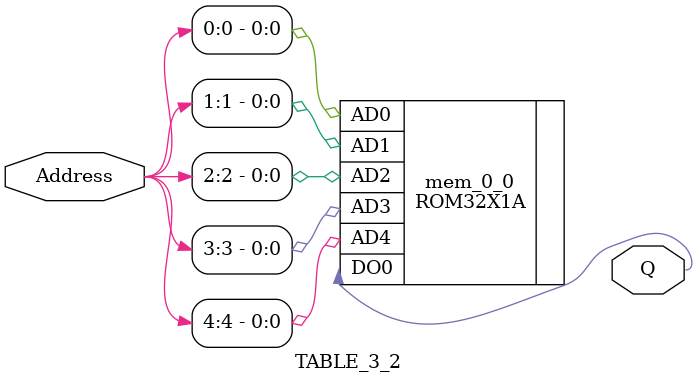
<source format=v>
/* Verilog netlist generated by SCUBA Diamond (64-bit) 3.11.2.446 */
/* Module Version: 2.8 */
/* /usr/local/diamond/3.11_x64/ispfpga/bin/lin64/scuba -w -n TABLE_3_2 -lang verilog -synth lse -bus_exp 7 -bb -arch xo2c00 -type rom -addr_width 5 -num_rows 32 -data_width 1 -outdata UNREGISTERED -memfile /home/brane2/LATT_DEMO_PROJ/LOUD_BOX/TABLE_3_2.mem -memformat hex  */
/* Sat Jun 20 17:28:37 2020 */


`timescale 1 ns / 1 ps
module TABLE_3_2 (Address, Q)/* synthesis NGD_DRC_MASK=1 */;
    input wire [4:0] Address;
    output wire [0:0] Q;


    defparam mem_0_0.initval =  32'h0117177F ;
    ROM32X1A mem_0_0 (.AD4(Address[4]), .AD3(Address[3]), .AD2(Address[2]), 
        .AD1(Address[1]), .AD0(Address[0]), .DO0(Q[0]));



    // exemplar begin
    // exemplar end

endmodule

</source>
